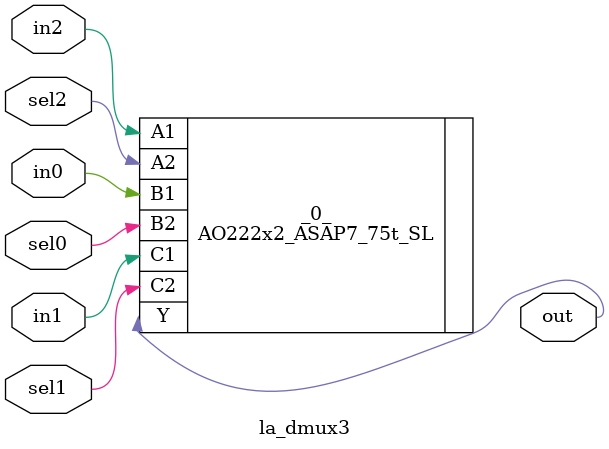
<source format=v>

/* Generated by Yosys 0.44 (git sha1 80ba43d26, g++ 11.4.0-1ubuntu1~22.04 -fPIC -O3) */

(* top =  1  *)
(* src = "inputs/la_dmux3.v:10.1-24.10" *)
module la_dmux3 (
    sel0,
    sel1,
    sel2,
    in0,
    in1,
    in2,
    out
);
  (* src = "inputs/la_dmux3.v:16.12-16.15" *)
  input in0;
  wire in0;
  (* src = "inputs/la_dmux3.v:17.12-17.15" *)
  input in1;
  wire in1;
  (* src = "inputs/la_dmux3.v:18.12-18.15" *)
  input in2;
  wire in2;
  (* src = "inputs/la_dmux3.v:19.12-19.15" *)
  output out;
  wire out;
  (* src = "inputs/la_dmux3.v:13.12-13.16" *)
  input sel0;
  wire sel0;
  (* src = "inputs/la_dmux3.v:14.12-14.16" *)
  input sel1;
  wire sel1;
  (* src = "inputs/la_dmux3.v:15.12-15.16" *)
  input sel2;
  wire sel2;
  AO222x2_ASAP7_75t_SL _0_ (
      .A1(in2),
      .A2(sel2),
      .B1(in0),
      .B2(sel0),
      .C1(in1),
      .C2(sel1),
      .Y (out)
  );
endmodule

</source>
